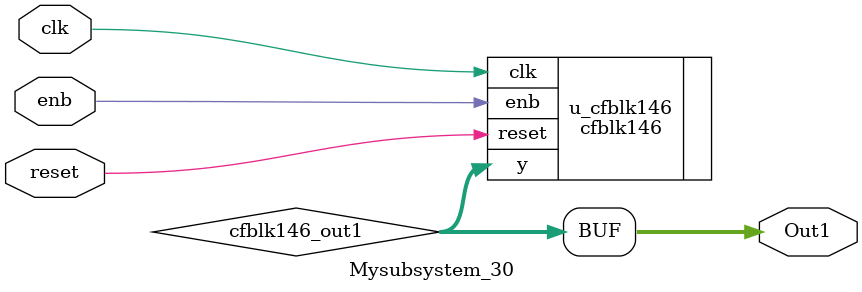
<source format=v>



`timescale 1 ns / 1 ns

module Mysubsystem_30
          (clk,
           reset,
           enb,
           Out1);


  input   clk;
  input   reset;
  input   enb;
  output  [7:0] Out1;  // uint8


  wire [7:0] cfblk146_out1;  // uint8


  cfblk146 u_cfblk146 (.clk(clk),
                       .reset(reset),
                       .enb(enb),
                       .y(cfblk146_out1)  // uint8
                       );

  assign Out1 = cfblk146_out1;

endmodule  // Mysubsystem_30


</source>
